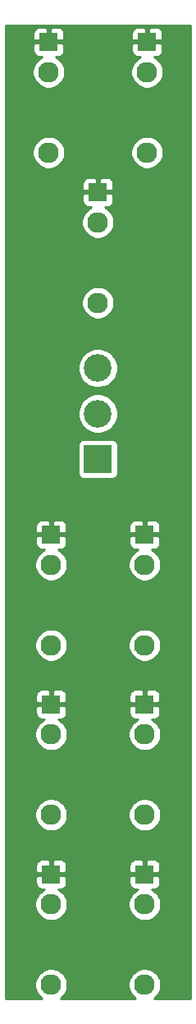
<source format=gbr>
%TF.GenerationSoftware,KiCad,Pcbnew,(5.1.8)-1*%
%TF.CreationDate,2021-01-05T22:18:11+01:00*%
%TF.ProjectId,Paco,5061636f-2e6b-4696-9361-645f70636258,rev?*%
%TF.SameCoordinates,Original*%
%TF.FileFunction,Copper,L2,Bot*%
%TF.FilePolarity,Positive*%
%FSLAX46Y46*%
G04 Gerber Fmt 4.6, Leading zero omitted, Abs format (unit mm)*
G04 Created by KiCad (PCBNEW (5.1.8)-1) date 2021-01-05 22:18:11*
%MOMM*%
%LPD*%
G01*
G04 APERTURE LIST*
%TA.AperFunction,ComponentPad*%
%ADD10C,2.130000*%
%TD*%
%TA.AperFunction,ComponentPad*%
%ADD11R,1.930000X1.830000*%
%TD*%
%TA.AperFunction,ComponentPad*%
%ADD12C,2.850000*%
%TD*%
%TA.AperFunction,ComponentPad*%
%ADD13R,2.850000X2.850000*%
%TD*%
%TA.AperFunction,Conductor*%
%ADD14C,0.254000*%
%TD*%
%TA.AperFunction,Conductor*%
%ADD15C,0.100000*%
%TD*%
G04 APERTURE END LIST*
D10*
%TO.P,J9,T*%
%TO.N,Net-(J3-PadT)*%
X116586000Y-150338000D03*
D11*
%TO.P,J9,S*%
%TO.N,GND*%
X116586000Y-138938000D03*
D10*
%TO.P,J9,TN*%
%TO.N,N/C*%
X116586000Y-142038000D03*
%TD*%
%TO.P,J8,T*%
%TO.N,Net-(J1-PadT)*%
X106934000Y-150338000D03*
D11*
%TO.P,J8,S*%
%TO.N,GND*%
X106934000Y-138938000D03*
D10*
%TO.P,J8,TN*%
%TO.N,N/C*%
X106934000Y-142038000D03*
%TD*%
D12*
%TO.P,SW1,3*%
%TO.N,Net-(J1-PadT)*%
X111760000Y-86740000D03*
%TO.P,SW1,2*%
%TO.N,Net-(J5-PadT)*%
X111760000Y-91440000D03*
D13*
%TO.P,SW1,1*%
%TO.N,Net-(J3-PadT)*%
X111760000Y-96140000D03*
%TD*%
D10*
%TO.P,J4,T*%
%TO.N,Net-(J3-PadT)*%
X116586000Y-132812000D03*
D11*
%TO.P,J4,S*%
%TO.N,GND*%
X116586000Y-121412000D03*
D10*
%TO.P,J4,TN*%
%TO.N,N/C*%
X116586000Y-124512000D03*
%TD*%
%TO.P,J7,T*%
%TO.N,Net-(J5-PadT)*%
X106680000Y-64516000D03*
D11*
%TO.P,J7,S*%
%TO.N,GND*%
X106680000Y-53116000D03*
D10*
%TO.P,J7,TN*%
%TO.N,N/C*%
X106680000Y-56216000D03*
%TD*%
%TO.P,J6,T*%
%TO.N,Net-(J5-PadT)*%
X111760000Y-80010000D03*
D11*
%TO.P,J6,S*%
%TO.N,GND*%
X111760000Y-68610000D03*
D10*
%TO.P,J6,TN*%
%TO.N,N/C*%
X111760000Y-71710000D03*
%TD*%
%TO.P,J5,T*%
%TO.N,Net-(J5-PadT)*%
X116840000Y-64516000D03*
D11*
%TO.P,J5,S*%
%TO.N,GND*%
X116840000Y-53116000D03*
D10*
%TO.P,J5,TN*%
%TO.N,N/C*%
X116840000Y-56216000D03*
%TD*%
%TO.P,J3,T*%
%TO.N,Net-(J3-PadT)*%
X116586000Y-115316000D03*
D11*
%TO.P,J3,S*%
%TO.N,GND*%
X116586000Y-103916000D03*
D10*
%TO.P,J3,TN*%
%TO.N,N/C*%
X116586000Y-107016000D03*
%TD*%
%TO.P,J2,T*%
%TO.N,Net-(J1-PadT)*%
X106934000Y-132812000D03*
D11*
%TO.P,J2,S*%
%TO.N,GND*%
X106934000Y-121412000D03*
D10*
%TO.P,J2,TN*%
%TO.N,N/C*%
X106934000Y-124512000D03*
%TD*%
%TO.P,J1,T*%
%TO.N,Net-(J1-PadT)*%
X106934000Y-115316000D03*
D11*
%TO.P,J1,S*%
%TO.N,GND*%
X106934000Y-103916000D03*
D10*
%TO.P,J1,TN*%
%TO.N,N/C*%
X106934000Y-107016000D03*
%TD*%
D14*
%TO.N,GND*%
X121260001Y-151740000D02*
X117547679Y-151740000D01*
X117669687Y-151658477D01*
X117906477Y-151421687D01*
X118092521Y-151143252D01*
X118220670Y-150833872D01*
X118286000Y-150505435D01*
X118286000Y-150170565D01*
X118220670Y-149842128D01*
X118092521Y-149532748D01*
X117906477Y-149254313D01*
X117669687Y-149017523D01*
X117391252Y-148831479D01*
X117081872Y-148703330D01*
X116753435Y-148638000D01*
X116418565Y-148638000D01*
X116090128Y-148703330D01*
X115780748Y-148831479D01*
X115502313Y-149017523D01*
X115265523Y-149254313D01*
X115079479Y-149532748D01*
X114951330Y-149842128D01*
X114886000Y-150170565D01*
X114886000Y-150505435D01*
X114951330Y-150833872D01*
X115079479Y-151143252D01*
X115265523Y-151421687D01*
X115502313Y-151658477D01*
X115624321Y-151740000D01*
X107895679Y-151740000D01*
X108017687Y-151658477D01*
X108254477Y-151421687D01*
X108440521Y-151143252D01*
X108568670Y-150833872D01*
X108634000Y-150505435D01*
X108634000Y-150170565D01*
X108568670Y-149842128D01*
X108440521Y-149532748D01*
X108254477Y-149254313D01*
X108017687Y-149017523D01*
X107739252Y-148831479D01*
X107429872Y-148703330D01*
X107101435Y-148638000D01*
X106766565Y-148638000D01*
X106438128Y-148703330D01*
X106128748Y-148831479D01*
X105850313Y-149017523D01*
X105613523Y-149254313D01*
X105427479Y-149532748D01*
X105299330Y-149842128D01*
X105234000Y-150170565D01*
X105234000Y-150505435D01*
X105299330Y-150833872D01*
X105427479Y-151143252D01*
X105613523Y-151421687D01*
X105850313Y-151658477D01*
X105972321Y-151740000D01*
X102260000Y-151740000D01*
X102260000Y-141870565D01*
X105234000Y-141870565D01*
X105234000Y-142205435D01*
X105299330Y-142533872D01*
X105427479Y-142843252D01*
X105613523Y-143121687D01*
X105850313Y-143358477D01*
X106128748Y-143544521D01*
X106438128Y-143672670D01*
X106766565Y-143738000D01*
X107101435Y-143738000D01*
X107429872Y-143672670D01*
X107739252Y-143544521D01*
X108017687Y-143358477D01*
X108254477Y-143121687D01*
X108440521Y-142843252D01*
X108568670Y-142533872D01*
X108634000Y-142205435D01*
X108634000Y-141870565D01*
X114886000Y-141870565D01*
X114886000Y-142205435D01*
X114951330Y-142533872D01*
X115079479Y-142843252D01*
X115265523Y-143121687D01*
X115502313Y-143358477D01*
X115780748Y-143544521D01*
X116090128Y-143672670D01*
X116418565Y-143738000D01*
X116753435Y-143738000D01*
X117081872Y-143672670D01*
X117391252Y-143544521D01*
X117669687Y-143358477D01*
X117906477Y-143121687D01*
X118092521Y-142843252D01*
X118220670Y-142533872D01*
X118286000Y-142205435D01*
X118286000Y-141870565D01*
X118220670Y-141542128D01*
X118092521Y-141232748D01*
X117906477Y-140954313D01*
X117669687Y-140717523D01*
X117391252Y-140531479D01*
X117290860Y-140489895D01*
X117551000Y-140491072D01*
X117675482Y-140478812D01*
X117795180Y-140442502D01*
X117905494Y-140383537D01*
X118002185Y-140304185D01*
X118081537Y-140207494D01*
X118140502Y-140097180D01*
X118176812Y-139977482D01*
X118189072Y-139853000D01*
X118186000Y-139223750D01*
X118027250Y-139065000D01*
X116713000Y-139065000D01*
X116713000Y-139085000D01*
X116459000Y-139085000D01*
X116459000Y-139065000D01*
X115144750Y-139065000D01*
X114986000Y-139223750D01*
X114982928Y-139853000D01*
X114995188Y-139977482D01*
X115031498Y-140097180D01*
X115090463Y-140207494D01*
X115169815Y-140304185D01*
X115266506Y-140383537D01*
X115376820Y-140442502D01*
X115496518Y-140478812D01*
X115621000Y-140491072D01*
X115881140Y-140489895D01*
X115780748Y-140531479D01*
X115502313Y-140717523D01*
X115265523Y-140954313D01*
X115079479Y-141232748D01*
X114951330Y-141542128D01*
X114886000Y-141870565D01*
X108634000Y-141870565D01*
X108568670Y-141542128D01*
X108440521Y-141232748D01*
X108254477Y-140954313D01*
X108017687Y-140717523D01*
X107739252Y-140531479D01*
X107638860Y-140489895D01*
X107899000Y-140491072D01*
X108023482Y-140478812D01*
X108143180Y-140442502D01*
X108253494Y-140383537D01*
X108350185Y-140304185D01*
X108429537Y-140207494D01*
X108488502Y-140097180D01*
X108524812Y-139977482D01*
X108537072Y-139853000D01*
X108534000Y-139223750D01*
X108375250Y-139065000D01*
X107061000Y-139065000D01*
X107061000Y-139085000D01*
X106807000Y-139085000D01*
X106807000Y-139065000D01*
X105492750Y-139065000D01*
X105334000Y-139223750D01*
X105330928Y-139853000D01*
X105343188Y-139977482D01*
X105379498Y-140097180D01*
X105438463Y-140207494D01*
X105517815Y-140304185D01*
X105614506Y-140383537D01*
X105724820Y-140442502D01*
X105844518Y-140478812D01*
X105969000Y-140491072D01*
X106229140Y-140489895D01*
X106128748Y-140531479D01*
X105850313Y-140717523D01*
X105613523Y-140954313D01*
X105427479Y-141232748D01*
X105299330Y-141542128D01*
X105234000Y-141870565D01*
X102260000Y-141870565D01*
X102260000Y-138023000D01*
X105330928Y-138023000D01*
X105334000Y-138652250D01*
X105492750Y-138811000D01*
X106807000Y-138811000D01*
X106807000Y-137546750D01*
X107061000Y-137546750D01*
X107061000Y-138811000D01*
X108375250Y-138811000D01*
X108534000Y-138652250D01*
X108537072Y-138023000D01*
X114982928Y-138023000D01*
X114986000Y-138652250D01*
X115144750Y-138811000D01*
X116459000Y-138811000D01*
X116459000Y-137546750D01*
X116713000Y-137546750D01*
X116713000Y-138811000D01*
X118027250Y-138811000D01*
X118186000Y-138652250D01*
X118189072Y-138023000D01*
X118176812Y-137898518D01*
X118140502Y-137778820D01*
X118081537Y-137668506D01*
X118002185Y-137571815D01*
X117905494Y-137492463D01*
X117795180Y-137433498D01*
X117675482Y-137397188D01*
X117551000Y-137384928D01*
X116871750Y-137388000D01*
X116713000Y-137546750D01*
X116459000Y-137546750D01*
X116300250Y-137388000D01*
X115621000Y-137384928D01*
X115496518Y-137397188D01*
X115376820Y-137433498D01*
X115266506Y-137492463D01*
X115169815Y-137571815D01*
X115090463Y-137668506D01*
X115031498Y-137778820D01*
X114995188Y-137898518D01*
X114982928Y-138023000D01*
X108537072Y-138023000D01*
X108524812Y-137898518D01*
X108488502Y-137778820D01*
X108429537Y-137668506D01*
X108350185Y-137571815D01*
X108253494Y-137492463D01*
X108143180Y-137433498D01*
X108023482Y-137397188D01*
X107899000Y-137384928D01*
X107219750Y-137388000D01*
X107061000Y-137546750D01*
X106807000Y-137546750D01*
X106648250Y-137388000D01*
X105969000Y-137384928D01*
X105844518Y-137397188D01*
X105724820Y-137433498D01*
X105614506Y-137492463D01*
X105517815Y-137571815D01*
X105438463Y-137668506D01*
X105379498Y-137778820D01*
X105343188Y-137898518D01*
X105330928Y-138023000D01*
X102260000Y-138023000D01*
X102260000Y-132644565D01*
X105234000Y-132644565D01*
X105234000Y-132979435D01*
X105299330Y-133307872D01*
X105427479Y-133617252D01*
X105613523Y-133895687D01*
X105850313Y-134132477D01*
X106128748Y-134318521D01*
X106438128Y-134446670D01*
X106766565Y-134512000D01*
X107101435Y-134512000D01*
X107429872Y-134446670D01*
X107739252Y-134318521D01*
X108017687Y-134132477D01*
X108254477Y-133895687D01*
X108440521Y-133617252D01*
X108568670Y-133307872D01*
X108634000Y-132979435D01*
X108634000Y-132644565D01*
X114886000Y-132644565D01*
X114886000Y-132979435D01*
X114951330Y-133307872D01*
X115079479Y-133617252D01*
X115265523Y-133895687D01*
X115502313Y-134132477D01*
X115780748Y-134318521D01*
X116090128Y-134446670D01*
X116418565Y-134512000D01*
X116753435Y-134512000D01*
X117081872Y-134446670D01*
X117391252Y-134318521D01*
X117669687Y-134132477D01*
X117906477Y-133895687D01*
X118092521Y-133617252D01*
X118220670Y-133307872D01*
X118286000Y-132979435D01*
X118286000Y-132644565D01*
X118220670Y-132316128D01*
X118092521Y-132006748D01*
X117906477Y-131728313D01*
X117669687Y-131491523D01*
X117391252Y-131305479D01*
X117081872Y-131177330D01*
X116753435Y-131112000D01*
X116418565Y-131112000D01*
X116090128Y-131177330D01*
X115780748Y-131305479D01*
X115502313Y-131491523D01*
X115265523Y-131728313D01*
X115079479Y-132006748D01*
X114951330Y-132316128D01*
X114886000Y-132644565D01*
X108634000Y-132644565D01*
X108568670Y-132316128D01*
X108440521Y-132006748D01*
X108254477Y-131728313D01*
X108017687Y-131491523D01*
X107739252Y-131305479D01*
X107429872Y-131177330D01*
X107101435Y-131112000D01*
X106766565Y-131112000D01*
X106438128Y-131177330D01*
X106128748Y-131305479D01*
X105850313Y-131491523D01*
X105613523Y-131728313D01*
X105427479Y-132006748D01*
X105299330Y-132316128D01*
X105234000Y-132644565D01*
X102260000Y-132644565D01*
X102260000Y-124344565D01*
X105234000Y-124344565D01*
X105234000Y-124679435D01*
X105299330Y-125007872D01*
X105427479Y-125317252D01*
X105613523Y-125595687D01*
X105850313Y-125832477D01*
X106128748Y-126018521D01*
X106438128Y-126146670D01*
X106766565Y-126212000D01*
X107101435Y-126212000D01*
X107429872Y-126146670D01*
X107739252Y-126018521D01*
X108017687Y-125832477D01*
X108254477Y-125595687D01*
X108440521Y-125317252D01*
X108568670Y-125007872D01*
X108634000Y-124679435D01*
X108634000Y-124344565D01*
X114886000Y-124344565D01*
X114886000Y-124679435D01*
X114951330Y-125007872D01*
X115079479Y-125317252D01*
X115265523Y-125595687D01*
X115502313Y-125832477D01*
X115780748Y-126018521D01*
X116090128Y-126146670D01*
X116418565Y-126212000D01*
X116753435Y-126212000D01*
X117081872Y-126146670D01*
X117391252Y-126018521D01*
X117669687Y-125832477D01*
X117906477Y-125595687D01*
X118092521Y-125317252D01*
X118220670Y-125007872D01*
X118286000Y-124679435D01*
X118286000Y-124344565D01*
X118220670Y-124016128D01*
X118092521Y-123706748D01*
X117906477Y-123428313D01*
X117669687Y-123191523D01*
X117391252Y-123005479D01*
X117290860Y-122963895D01*
X117551000Y-122965072D01*
X117675482Y-122952812D01*
X117795180Y-122916502D01*
X117905494Y-122857537D01*
X118002185Y-122778185D01*
X118081537Y-122681494D01*
X118140502Y-122571180D01*
X118176812Y-122451482D01*
X118189072Y-122327000D01*
X118186000Y-121697750D01*
X118027250Y-121539000D01*
X116713000Y-121539000D01*
X116713000Y-121559000D01*
X116459000Y-121559000D01*
X116459000Y-121539000D01*
X115144750Y-121539000D01*
X114986000Y-121697750D01*
X114982928Y-122327000D01*
X114995188Y-122451482D01*
X115031498Y-122571180D01*
X115090463Y-122681494D01*
X115169815Y-122778185D01*
X115266506Y-122857537D01*
X115376820Y-122916502D01*
X115496518Y-122952812D01*
X115621000Y-122965072D01*
X115881140Y-122963895D01*
X115780748Y-123005479D01*
X115502313Y-123191523D01*
X115265523Y-123428313D01*
X115079479Y-123706748D01*
X114951330Y-124016128D01*
X114886000Y-124344565D01*
X108634000Y-124344565D01*
X108568670Y-124016128D01*
X108440521Y-123706748D01*
X108254477Y-123428313D01*
X108017687Y-123191523D01*
X107739252Y-123005479D01*
X107638860Y-122963895D01*
X107899000Y-122965072D01*
X108023482Y-122952812D01*
X108143180Y-122916502D01*
X108253494Y-122857537D01*
X108350185Y-122778185D01*
X108429537Y-122681494D01*
X108488502Y-122571180D01*
X108524812Y-122451482D01*
X108537072Y-122327000D01*
X108534000Y-121697750D01*
X108375250Y-121539000D01*
X107061000Y-121539000D01*
X107061000Y-121559000D01*
X106807000Y-121559000D01*
X106807000Y-121539000D01*
X105492750Y-121539000D01*
X105334000Y-121697750D01*
X105330928Y-122327000D01*
X105343188Y-122451482D01*
X105379498Y-122571180D01*
X105438463Y-122681494D01*
X105517815Y-122778185D01*
X105614506Y-122857537D01*
X105724820Y-122916502D01*
X105844518Y-122952812D01*
X105969000Y-122965072D01*
X106229140Y-122963895D01*
X106128748Y-123005479D01*
X105850313Y-123191523D01*
X105613523Y-123428313D01*
X105427479Y-123706748D01*
X105299330Y-124016128D01*
X105234000Y-124344565D01*
X102260000Y-124344565D01*
X102260000Y-120497000D01*
X105330928Y-120497000D01*
X105334000Y-121126250D01*
X105492750Y-121285000D01*
X106807000Y-121285000D01*
X106807000Y-120020750D01*
X107061000Y-120020750D01*
X107061000Y-121285000D01*
X108375250Y-121285000D01*
X108534000Y-121126250D01*
X108537072Y-120497000D01*
X114982928Y-120497000D01*
X114986000Y-121126250D01*
X115144750Y-121285000D01*
X116459000Y-121285000D01*
X116459000Y-120020750D01*
X116713000Y-120020750D01*
X116713000Y-121285000D01*
X118027250Y-121285000D01*
X118186000Y-121126250D01*
X118189072Y-120497000D01*
X118176812Y-120372518D01*
X118140502Y-120252820D01*
X118081537Y-120142506D01*
X118002185Y-120045815D01*
X117905494Y-119966463D01*
X117795180Y-119907498D01*
X117675482Y-119871188D01*
X117551000Y-119858928D01*
X116871750Y-119862000D01*
X116713000Y-120020750D01*
X116459000Y-120020750D01*
X116300250Y-119862000D01*
X115621000Y-119858928D01*
X115496518Y-119871188D01*
X115376820Y-119907498D01*
X115266506Y-119966463D01*
X115169815Y-120045815D01*
X115090463Y-120142506D01*
X115031498Y-120252820D01*
X114995188Y-120372518D01*
X114982928Y-120497000D01*
X108537072Y-120497000D01*
X108524812Y-120372518D01*
X108488502Y-120252820D01*
X108429537Y-120142506D01*
X108350185Y-120045815D01*
X108253494Y-119966463D01*
X108143180Y-119907498D01*
X108023482Y-119871188D01*
X107899000Y-119858928D01*
X107219750Y-119862000D01*
X107061000Y-120020750D01*
X106807000Y-120020750D01*
X106648250Y-119862000D01*
X105969000Y-119858928D01*
X105844518Y-119871188D01*
X105724820Y-119907498D01*
X105614506Y-119966463D01*
X105517815Y-120045815D01*
X105438463Y-120142506D01*
X105379498Y-120252820D01*
X105343188Y-120372518D01*
X105330928Y-120497000D01*
X102260000Y-120497000D01*
X102260000Y-115148565D01*
X105234000Y-115148565D01*
X105234000Y-115483435D01*
X105299330Y-115811872D01*
X105427479Y-116121252D01*
X105613523Y-116399687D01*
X105850313Y-116636477D01*
X106128748Y-116822521D01*
X106438128Y-116950670D01*
X106766565Y-117016000D01*
X107101435Y-117016000D01*
X107429872Y-116950670D01*
X107739252Y-116822521D01*
X108017687Y-116636477D01*
X108254477Y-116399687D01*
X108440521Y-116121252D01*
X108568670Y-115811872D01*
X108634000Y-115483435D01*
X108634000Y-115148565D01*
X114886000Y-115148565D01*
X114886000Y-115483435D01*
X114951330Y-115811872D01*
X115079479Y-116121252D01*
X115265523Y-116399687D01*
X115502313Y-116636477D01*
X115780748Y-116822521D01*
X116090128Y-116950670D01*
X116418565Y-117016000D01*
X116753435Y-117016000D01*
X117081872Y-116950670D01*
X117391252Y-116822521D01*
X117669687Y-116636477D01*
X117906477Y-116399687D01*
X118092521Y-116121252D01*
X118220670Y-115811872D01*
X118286000Y-115483435D01*
X118286000Y-115148565D01*
X118220670Y-114820128D01*
X118092521Y-114510748D01*
X117906477Y-114232313D01*
X117669687Y-113995523D01*
X117391252Y-113809479D01*
X117081872Y-113681330D01*
X116753435Y-113616000D01*
X116418565Y-113616000D01*
X116090128Y-113681330D01*
X115780748Y-113809479D01*
X115502313Y-113995523D01*
X115265523Y-114232313D01*
X115079479Y-114510748D01*
X114951330Y-114820128D01*
X114886000Y-115148565D01*
X108634000Y-115148565D01*
X108568670Y-114820128D01*
X108440521Y-114510748D01*
X108254477Y-114232313D01*
X108017687Y-113995523D01*
X107739252Y-113809479D01*
X107429872Y-113681330D01*
X107101435Y-113616000D01*
X106766565Y-113616000D01*
X106438128Y-113681330D01*
X106128748Y-113809479D01*
X105850313Y-113995523D01*
X105613523Y-114232313D01*
X105427479Y-114510748D01*
X105299330Y-114820128D01*
X105234000Y-115148565D01*
X102260000Y-115148565D01*
X102260000Y-106848565D01*
X105234000Y-106848565D01*
X105234000Y-107183435D01*
X105299330Y-107511872D01*
X105427479Y-107821252D01*
X105613523Y-108099687D01*
X105850313Y-108336477D01*
X106128748Y-108522521D01*
X106438128Y-108650670D01*
X106766565Y-108716000D01*
X107101435Y-108716000D01*
X107429872Y-108650670D01*
X107739252Y-108522521D01*
X108017687Y-108336477D01*
X108254477Y-108099687D01*
X108440521Y-107821252D01*
X108568670Y-107511872D01*
X108634000Y-107183435D01*
X108634000Y-106848565D01*
X114886000Y-106848565D01*
X114886000Y-107183435D01*
X114951330Y-107511872D01*
X115079479Y-107821252D01*
X115265523Y-108099687D01*
X115502313Y-108336477D01*
X115780748Y-108522521D01*
X116090128Y-108650670D01*
X116418565Y-108716000D01*
X116753435Y-108716000D01*
X117081872Y-108650670D01*
X117391252Y-108522521D01*
X117669687Y-108336477D01*
X117906477Y-108099687D01*
X118092521Y-107821252D01*
X118220670Y-107511872D01*
X118286000Y-107183435D01*
X118286000Y-106848565D01*
X118220670Y-106520128D01*
X118092521Y-106210748D01*
X117906477Y-105932313D01*
X117669687Y-105695523D01*
X117391252Y-105509479D01*
X117290860Y-105467895D01*
X117551000Y-105469072D01*
X117675482Y-105456812D01*
X117795180Y-105420502D01*
X117905494Y-105361537D01*
X118002185Y-105282185D01*
X118081537Y-105185494D01*
X118140502Y-105075180D01*
X118176812Y-104955482D01*
X118189072Y-104831000D01*
X118186000Y-104201750D01*
X118027250Y-104043000D01*
X116713000Y-104043000D01*
X116713000Y-104063000D01*
X116459000Y-104063000D01*
X116459000Y-104043000D01*
X115144750Y-104043000D01*
X114986000Y-104201750D01*
X114982928Y-104831000D01*
X114995188Y-104955482D01*
X115031498Y-105075180D01*
X115090463Y-105185494D01*
X115169815Y-105282185D01*
X115266506Y-105361537D01*
X115376820Y-105420502D01*
X115496518Y-105456812D01*
X115621000Y-105469072D01*
X115881140Y-105467895D01*
X115780748Y-105509479D01*
X115502313Y-105695523D01*
X115265523Y-105932313D01*
X115079479Y-106210748D01*
X114951330Y-106520128D01*
X114886000Y-106848565D01*
X108634000Y-106848565D01*
X108568670Y-106520128D01*
X108440521Y-106210748D01*
X108254477Y-105932313D01*
X108017687Y-105695523D01*
X107739252Y-105509479D01*
X107638860Y-105467895D01*
X107899000Y-105469072D01*
X108023482Y-105456812D01*
X108143180Y-105420502D01*
X108253494Y-105361537D01*
X108350185Y-105282185D01*
X108429537Y-105185494D01*
X108488502Y-105075180D01*
X108524812Y-104955482D01*
X108537072Y-104831000D01*
X108534000Y-104201750D01*
X108375250Y-104043000D01*
X107061000Y-104043000D01*
X107061000Y-104063000D01*
X106807000Y-104063000D01*
X106807000Y-104043000D01*
X105492750Y-104043000D01*
X105334000Y-104201750D01*
X105330928Y-104831000D01*
X105343188Y-104955482D01*
X105379498Y-105075180D01*
X105438463Y-105185494D01*
X105517815Y-105282185D01*
X105614506Y-105361537D01*
X105724820Y-105420502D01*
X105844518Y-105456812D01*
X105969000Y-105469072D01*
X106229140Y-105467895D01*
X106128748Y-105509479D01*
X105850313Y-105695523D01*
X105613523Y-105932313D01*
X105427479Y-106210748D01*
X105299330Y-106520128D01*
X105234000Y-106848565D01*
X102260000Y-106848565D01*
X102260000Y-103001000D01*
X105330928Y-103001000D01*
X105334000Y-103630250D01*
X105492750Y-103789000D01*
X106807000Y-103789000D01*
X106807000Y-102524750D01*
X107061000Y-102524750D01*
X107061000Y-103789000D01*
X108375250Y-103789000D01*
X108534000Y-103630250D01*
X108537072Y-103001000D01*
X114982928Y-103001000D01*
X114986000Y-103630250D01*
X115144750Y-103789000D01*
X116459000Y-103789000D01*
X116459000Y-102524750D01*
X116713000Y-102524750D01*
X116713000Y-103789000D01*
X118027250Y-103789000D01*
X118186000Y-103630250D01*
X118189072Y-103001000D01*
X118176812Y-102876518D01*
X118140502Y-102756820D01*
X118081537Y-102646506D01*
X118002185Y-102549815D01*
X117905494Y-102470463D01*
X117795180Y-102411498D01*
X117675482Y-102375188D01*
X117551000Y-102362928D01*
X116871750Y-102366000D01*
X116713000Y-102524750D01*
X116459000Y-102524750D01*
X116300250Y-102366000D01*
X115621000Y-102362928D01*
X115496518Y-102375188D01*
X115376820Y-102411498D01*
X115266506Y-102470463D01*
X115169815Y-102549815D01*
X115090463Y-102646506D01*
X115031498Y-102756820D01*
X114995188Y-102876518D01*
X114982928Y-103001000D01*
X108537072Y-103001000D01*
X108524812Y-102876518D01*
X108488502Y-102756820D01*
X108429537Y-102646506D01*
X108350185Y-102549815D01*
X108253494Y-102470463D01*
X108143180Y-102411498D01*
X108023482Y-102375188D01*
X107899000Y-102362928D01*
X107219750Y-102366000D01*
X107061000Y-102524750D01*
X106807000Y-102524750D01*
X106648250Y-102366000D01*
X105969000Y-102362928D01*
X105844518Y-102375188D01*
X105724820Y-102411498D01*
X105614506Y-102470463D01*
X105517815Y-102549815D01*
X105438463Y-102646506D01*
X105379498Y-102756820D01*
X105343188Y-102876518D01*
X105330928Y-103001000D01*
X102260000Y-103001000D01*
X102260000Y-94715000D01*
X109696928Y-94715000D01*
X109696928Y-97565000D01*
X109709188Y-97689482D01*
X109745498Y-97809180D01*
X109804463Y-97919494D01*
X109883815Y-98016185D01*
X109980506Y-98095537D01*
X110090820Y-98154502D01*
X110210518Y-98190812D01*
X110335000Y-98203072D01*
X113185000Y-98203072D01*
X113309482Y-98190812D01*
X113429180Y-98154502D01*
X113539494Y-98095537D01*
X113636185Y-98016185D01*
X113715537Y-97919494D01*
X113774502Y-97809180D01*
X113810812Y-97689482D01*
X113823072Y-97565000D01*
X113823072Y-94715000D01*
X113810812Y-94590518D01*
X113774502Y-94470820D01*
X113715537Y-94360506D01*
X113636185Y-94263815D01*
X113539494Y-94184463D01*
X113429180Y-94125498D01*
X113309482Y-94089188D01*
X113185000Y-94076928D01*
X110335000Y-94076928D01*
X110210518Y-94089188D01*
X110090820Y-94125498D01*
X109980506Y-94184463D01*
X109883815Y-94263815D01*
X109804463Y-94360506D01*
X109745498Y-94470820D01*
X109709188Y-94590518D01*
X109696928Y-94715000D01*
X102260000Y-94715000D01*
X102260000Y-91237108D01*
X109700000Y-91237108D01*
X109700000Y-91642892D01*
X109779165Y-92040880D01*
X109934452Y-92415776D01*
X110159894Y-92753173D01*
X110446827Y-93040106D01*
X110784224Y-93265548D01*
X111159120Y-93420835D01*
X111557108Y-93500000D01*
X111962892Y-93500000D01*
X112360880Y-93420835D01*
X112735776Y-93265548D01*
X113073173Y-93040106D01*
X113360106Y-92753173D01*
X113585548Y-92415776D01*
X113740835Y-92040880D01*
X113820000Y-91642892D01*
X113820000Y-91237108D01*
X113740835Y-90839120D01*
X113585548Y-90464224D01*
X113360106Y-90126827D01*
X113073173Y-89839894D01*
X112735776Y-89614452D01*
X112360880Y-89459165D01*
X111962892Y-89380000D01*
X111557108Y-89380000D01*
X111159120Y-89459165D01*
X110784224Y-89614452D01*
X110446827Y-89839894D01*
X110159894Y-90126827D01*
X109934452Y-90464224D01*
X109779165Y-90839120D01*
X109700000Y-91237108D01*
X102260000Y-91237108D01*
X102260000Y-86537108D01*
X109700000Y-86537108D01*
X109700000Y-86942892D01*
X109779165Y-87340880D01*
X109934452Y-87715776D01*
X110159894Y-88053173D01*
X110446827Y-88340106D01*
X110784224Y-88565548D01*
X111159120Y-88720835D01*
X111557108Y-88800000D01*
X111962892Y-88800000D01*
X112360880Y-88720835D01*
X112735776Y-88565548D01*
X113073173Y-88340106D01*
X113360106Y-88053173D01*
X113585548Y-87715776D01*
X113740835Y-87340880D01*
X113820000Y-86942892D01*
X113820000Y-86537108D01*
X113740835Y-86139120D01*
X113585548Y-85764224D01*
X113360106Y-85426827D01*
X113073173Y-85139894D01*
X112735776Y-84914452D01*
X112360880Y-84759165D01*
X111962892Y-84680000D01*
X111557108Y-84680000D01*
X111159120Y-84759165D01*
X110784224Y-84914452D01*
X110446827Y-85139894D01*
X110159894Y-85426827D01*
X109934452Y-85764224D01*
X109779165Y-86139120D01*
X109700000Y-86537108D01*
X102260000Y-86537108D01*
X102260000Y-79842565D01*
X110060000Y-79842565D01*
X110060000Y-80177435D01*
X110125330Y-80505872D01*
X110253479Y-80815252D01*
X110439523Y-81093687D01*
X110676313Y-81330477D01*
X110954748Y-81516521D01*
X111264128Y-81644670D01*
X111592565Y-81710000D01*
X111927435Y-81710000D01*
X112255872Y-81644670D01*
X112565252Y-81516521D01*
X112843687Y-81330477D01*
X113080477Y-81093687D01*
X113266521Y-80815252D01*
X113394670Y-80505872D01*
X113460000Y-80177435D01*
X113460000Y-79842565D01*
X113394670Y-79514128D01*
X113266521Y-79204748D01*
X113080477Y-78926313D01*
X112843687Y-78689523D01*
X112565252Y-78503479D01*
X112255872Y-78375330D01*
X111927435Y-78310000D01*
X111592565Y-78310000D01*
X111264128Y-78375330D01*
X110954748Y-78503479D01*
X110676313Y-78689523D01*
X110439523Y-78926313D01*
X110253479Y-79204748D01*
X110125330Y-79514128D01*
X110060000Y-79842565D01*
X102260000Y-79842565D01*
X102260000Y-71542565D01*
X110060000Y-71542565D01*
X110060000Y-71877435D01*
X110125330Y-72205872D01*
X110253479Y-72515252D01*
X110439523Y-72793687D01*
X110676313Y-73030477D01*
X110954748Y-73216521D01*
X111264128Y-73344670D01*
X111592565Y-73410000D01*
X111927435Y-73410000D01*
X112255872Y-73344670D01*
X112565252Y-73216521D01*
X112843687Y-73030477D01*
X113080477Y-72793687D01*
X113266521Y-72515252D01*
X113394670Y-72205872D01*
X113460000Y-71877435D01*
X113460000Y-71542565D01*
X113394670Y-71214128D01*
X113266521Y-70904748D01*
X113080477Y-70626313D01*
X112843687Y-70389523D01*
X112565252Y-70203479D01*
X112464860Y-70161895D01*
X112725000Y-70163072D01*
X112849482Y-70150812D01*
X112969180Y-70114502D01*
X113079494Y-70055537D01*
X113176185Y-69976185D01*
X113255537Y-69879494D01*
X113314502Y-69769180D01*
X113350812Y-69649482D01*
X113363072Y-69525000D01*
X113360000Y-68895750D01*
X113201250Y-68737000D01*
X111887000Y-68737000D01*
X111887000Y-68757000D01*
X111633000Y-68757000D01*
X111633000Y-68737000D01*
X110318750Y-68737000D01*
X110160000Y-68895750D01*
X110156928Y-69525000D01*
X110169188Y-69649482D01*
X110205498Y-69769180D01*
X110264463Y-69879494D01*
X110343815Y-69976185D01*
X110440506Y-70055537D01*
X110550820Y-70114502D01*
X110670518Y-70150812D01*
X110795000Y-70163072D01*
X111055140Y-70161895D01*
X110954748Y-70203479D01*
X110676313Y-70389523D01*
X110439523Y-70626313D01*
X110253479Y-70904748D01*
X110125330Y-71214128D01*
X110060000Y-71542565D01*
X102260000Y-71542565D01*
X102260000Y-67695000D01*
X110156928Y-67695000D01*
X110160000Y-68324250D01*
X110318750Y-68483000D01*
X111633000Y-68483000D01*
X111633000Y-67218750D01*
X111887000Y-67218750D01*
X111887000Y-68483000D01*
X113201250Y-68483000D01*
X113360000Y-68324250D01*
X113363072Y-67695000D01*
X113350812Y-67570518D01*
X113314502Y-67450820D01*
X113255537Y-67340506D01*
X113176185Y-67243815D01*
X113079494Y-67164463D01*
X112969180Y-67105498D01*
X112849482Y-67069188D01*
X112725000Y-67056928D01*
X112045750Y-67060000D01*
X111887000Y-67218750D01*
X111633000Y-67218750D01*
X111474250Y-67060000D01*
X110795000Y-67056928D01*
X110670518Y-67069188D01*
X110550820Y-67105498D01*
X110440506Y-67164463D01*
X110343815Y-67243815D01*
X110264463Y-67340506D01*
X110205498Y-67450820D01*
X110169188Y-67570518D01*
X110156928Y-67695000D01*
X102260000Y-67695000D01*
X102260000Y-64348565D01*
X104980000Y-64348565D01*
X104980000Y-64683435D01*
X105045330Y-65011872D01*
X105173479Y-65321252D01*
X105359523Y-65599687D01*
X105596313Y-65836477D01*
X105874748Y-66022521D01*
X106184128Y-66150670D01*
X106512565Y-66216000D01*
X106847435Y-66216000D01*
X107175872Y-66150670D01*
X107485252Y-66022521D01*
X107763687Y-65836477D01*
X108000477Y-65599687D01*
X108186521Y-65321252D01*
X108314670Y-65011872D01*
X108380000Y-64683435D01*
X108380000Y-64348565D01*
X115140000Y-64348565D01*
X115140000Y-64683435D01*
X115205330Y-65011872D01*
X115333479Y-65321252D01*
X115519523Y-65599687D01*
X115756313Y-65836477D01*
X116034748Y-66022521D01*
X116344128Y-66150670D01*
X116672565Y-66216000D01*
X117007435Y-66216000D01*
X117335872Y-66150670D01*
X117645252Y-66022521D01*
X117923687Y-65836477D01*
X118160477Y-65599687D01*
X118346521Y-65321252D01*
X118474670Y-65011872D01*
X118540000Y-64683435D01*
X118540000Y-64348565D01*
X118474670Y-64020128D01*
X118346521Y-63710748D01*
X118160477Y-63432313D01*
X117923687Y-63195523D01*
X117645252Y-63009479D01*
X117335872Y-62881330D01*
X117007435Y-62816000D01*
X116672565Y-62816000D01*
X116344128Y-62881330D01*
X116034748Y-63009479D01*
X115756313Y-63195523D01*
X115519523Y-63432313D01*
X115333479Y-63710748D01*
X115205330Y-64020128D01*
X115140000Y-64348565D01*
X108380000Y-64348565D01*
X108314670Y-64020128D01*
X108186521Y-63710748D01*
X108000477Y-63432313D01*
X107763687Y-63195523D01*
X107485252Y-63009479D01*
X107175872Y-62881330D01*
X106847435Y-62816000D01*
X106512565Y-62816000D01*
X106184128Y-62881330D01*
X105874748Y-63009479D01*
X105596313Y-63195523D01*
X105359523Y-63432313D01*
X105173479Y-63710748D01*
X105045330Y-64020128D01*
X104980000Y-64348565D01*
X102260000Y-64348565D01*
X102260000Y-56048565D01*
X104980000Y-56048565D01*
X104980000Y-56383435D01*
X105045330Y-56711872D01*
X105173479Y-57021252D01*
X105359523Y-57299687D01*
X105596313Y-57536477D01*
X105874748Y-57722521D01*
X106184128Y-57850670D01*
X106512565Y-57916000D01*
X106847435Y-57916000D01*
X107175872Y-57850670D01*
X107485252Y-57722521D01*
X107763687Y-57536477D01*
X108000477Y-57299687D01*
X108186521Y-57021252D01*
X108314670Y-56711872D01*
X108380000Y-56383435D01*
X108380000Y-56048565D01*
X115140000Y-56048565D01*
X115140000Y-56383435D01*
X115205330Y-56711872D01*
X115333479Y-57021252D01*
X115519523Y-57299687D01*
X115756313Y-57536477D01*
X116034748Y-57722521D01*
X116344128Y-57850670D01*
X116672565Y-57916000D01*
X117007435Y-57916000D01*
X117335872Y-57850670D01*
X117645252Y-57722521D01*
X117923687Y-57536477D01*
X118160477Y-57299687D01*
X118346521Y-57021252D01*
X118474670Y-56711872D01*
X118540000Y-56383435D01*
X118540000Y-56048565D01*
X118474670Y-55720128D01*
X118346521Y-55410748D01*
X118160477Y-55132313D01*
X117923687Y-54895523D01*
X117645252Y-54709479D01*
X117544860Y-54667895D01*
X117805000Y-54669072D01*
X117929482Y-54656812D01*
X118049180Y-54620502D01*
X118159494Y-54561537D01*
X118256185Y-54482185D01*
X118335537Y-54385494D01*
X118394502Y-54275180D01*
X118430812Y-54155482D01*
X118443072Y-54031000D01*
X118440000Y-53401750D01*
X118281250Y-53243000D01*
X116967000Y-53243000D01*
X116967000Y-53263000D01*
X116713000Y-53263000D01*
X116713000Y-53243000D01*
X115398750Y-53243000D01*
X115240000Y-53401750D01*
X115236928Y-54031000D01*
X115249188Y-54155482D01*
X115285498Y-54275180D01*
X115344463Y-54385494D01*
X115423815Y-54482185D01*
X115520506Y-54561537D01*
X115630820Y-54620502D01*
X115750518Y-54656812D01*
X115875000Y-54669072D01*
X116135140Y-54667895D01*
X116034748Y-54709479D01*
X115756313Y-54895523D01*
X115519523Y-55132313D01*
X115333479Y-55410748D01*
X115205330Y-55720128D01*
X115140000Y-56048565D01*
X108380000Y-56048565D01*
X108314670Y-55720128D01*
X108186521Y-55410748D01*
X108000477Y-55132313D01*
X107763687Y-54895523D01*
X107485252Y-54709479D01*
X107384860Y-54667895D01*
X107645000Y-54669072D01*
X107769482Y-54656812D01*
X107889180Y-54620502D01*
X107999494Y-54561537D01*
X108096185Y-54482185D01*
X108175537Y-54385494D01*
X108234502Y-54275180D01*
X108270812Y-54155482D01*
X108283072Y-54031000D01*
X108280000Y-53401750D01*
X108121250Y-53243000D01*
X106807000Y-53243000D01*
X106807000Y-53263000D01*
X106553000Y-53263000D01*
X106553000Y-53243000D01*
X105238750Y-53243000D01*
X105080000Y-53401750D01*
X105076928Y-54031000D01*
X105089188Y-54155482D01*
X105125498Y-54275180D01*
X105184463Y-54385494D01*
X105263815Y-54482185D01*
X105360506Y-54561537D01*
X105470820Y-54620502D01*
X105590518Y-54656812D01*
X105715000Y-54669072D01*
X105975140Y-54667895D01*
X105874748Y-54709479D01*
X105596313Y-54895523D01*
X105359523Y-55132313D01*
X105173479Y-55410748D01*
X105045330Y-55720128D01*
X104980000Y-56048565D01*
X102260000Y-56048565D01*
X102260000Y-52201000D01*
X105076928Y-52201000D01*
X105080000Y-52830250D01*
X105238750Y-52989000D01*
X106553000Y-52989000D01*
X106553000Y-51724750D01*
X106807000Y-51724750D01*
X106807000Y-52989000D01*
X108121250Y-52989000D01*
X108280000Y-52830250D01*
X108283072Y-52201000D01*
X115236928Y-52201000D01*
X115240000Y-52830250D01*
X115398750Y-52989000D01*
X116713000Y-52989000D01*
X116713000Y-51724750D01*
X116967000Y-51724750D01*
X116967000Y-52989000D01*
X118281250Y-52989000D01*
X118440000Y-52830250D01*
X118443072Y-52201000D01*
X118430812Y-52076518D01*
X118394502Y-51956820D01*
X118335537Y-51846506D01*
X118256185Y-51749815D01*
X118159494Y-51670463D01*
X118049180Y-51611498D01*
X117929482Y-51575188D01*
X117805000Y-51562928D01*
X117125750Y-51566000D01*
X116967000Y-51724750D01*
X116713000Y-51724750D01*
X116554250Y-51566000D01*
X115875000Y-51562928D01*
X115750518Y-51575188D01*
X115630820Y-51611498D01*
X115520506Y-51670463D01*
X115423815Y-51749815D01*
X115344463Y-51846506D01*
X115285498Y-51956820D01*
X115249188Y-52076518D01*
X115236928Y-52201000D01*
X108283072Y-52201000D01*
X108270812Y-52076518D01*
X108234502Y-51956820D01*
X108175537Y-51846506D01*
X108096185Y-51749815D01*
X107999494Y-51670463D01*
X107889180Y-51611498D01*
X107769482Y-51575188D01*
X107645000Y-51562928D01*
X106965750Y-51566000D01*
X106807000Y-51724750D01*
X106553000Y-51724750D01*
X106394250Y-51566000D01*
X105715000Y-51562928D01*
X105590518Y-51575188D01*
X105470820Y-51611498D01*
X105360506Y-51670463D01*
X105263815Y-51749815D01*
X105184463Y-51846506D01*
X105125498Y-51956820D01*
X105089188Y-52076518D01*
X105076928Y-52201000D01*
X102260000Y-52201000D01*
X102260000Y-51460000D01*
X121260000Y-51460000D01*
X121260001Y-151740000D01*
%TA.AperFunction,Conductor*%
D15*
G36*
X121260001Y-151740000D02*
G01*
X117547679Y-151740000D01*
X117669687Y-151658477D01*
X117906477Y-151421687D01*
X118092521Y-151143252D01*
X118220670Y-150833872D01*
X118286000Y-150505435D01*
X118286000Y-150170565D01*
X118220670Y-149842128D01*
X118092521Y-149532748D01*
X117906477Y-149254313D01*
X117669687Y-149017523D01*
X117391252Y-148831479D01*
X117081872Y-148703330D01*
X116753435Y-148638000D01*
X116418565Y-148638000D01*
X116090128Y-148703330D01*
X115780748Y-148831479D01*
X115502313Y-149017523D01*
X115265523Y-149254313D01*
X115079479Y-149532748D01*
X114951330Y-149842128D01*
X114886000Y-150170565D01*
X114886000Y-150505435D01*
X114951330Y-150833872D01*
X115079479Y-151143252D01*
X115265523Y-151421687D01*
X115502313Y-151658477D01*
X115624321Y-151740000D01*
X107895679Y-151740000D01*
X108017687Y-151658477D01*
X108254477Y-151421687D01*
X108440521Y-151143252D01*
X108568670Y-150833872D01*
X108634000Y-150505435D01*
X108634000Y-150170565D01*
X108568670Y-149842128D01*
X108440521Y-149532748D01*
X108254477Y-149254313D01*
X108017687Y-149017523D01*
X107739252Y-148831479D01*
X107429872Y-148703330D01*
X107101435Y-148638000D01*
X106766565Y-148638000D01*
X106438128Y-148703330D01*
X106128748Y-148831479D01*
X105850313Y-149017523D01*
X105613523Y-149254313D01*
X105427479Y-149532748D01*
X105299330Y-149842128D01*
X105234000Y-150170565D01*
X105234000Y-150505435D01*
X105299330Y-150833872D01*
X105427479Y-151143252D01*
X105613523Y-151421687D01*
X105850313Y-151658477D01*
X105972321Y-151740000D01*
X102260000Y-151740000D01*
X102260000Y-141870565D01*
X105234000Y-141870565D01*
X105234000Y-142205435D01*
X105299330Y-142533872D01*
X105427479Y-142843252D01*
X105613523Y-143121687D01*
X105850313Y-143358477D01*
X106128748Y-143544521D01*
X106438128Y-143672670D01*
X106766565Y-143738000D01*
X107101435Y-143738000D01*
X107429872Y-143672670D01*
X107739252Y-143544521D01*
X108017687Y-143358477D01*
X108254477Y-143121687D01*
X108440521Y-142843252D01*
X108568670Y-142533872D01*
X108634000Y-142205435D01*
X108634000Y-141870565D01*
X114886000Y-141870565D01*
X114886000Y-142205435D01*
X114951330Y-142533872D01*
X115079479Y-142843252D01*
X115265523Y-143121687D01*
X115502313Y-143358477D01*
X115780748Y-143544521D01*
X116090128Y-143672670D01*
X116418565Y-143738000D01*
X116753435Y-143738000D01*
X117081872Y-143672670D01*
X117391252Y-143544521D01*
X117669687Y-143358477D01*
X117906477Y-143121687D01*
X118092521Y-142843252D01*
X118220670Y-142533872D01*
X118286000Y-142205435D01*
X118286000Y-141870565D01*
X118220670Y-141542128D01*
X118092521Y-141232748D01*
X117906477Y-140954313D01*
X117669687Y-140717523D01*
X117391252Y-140531479D01*
X117290860Y-140489895D01*
X117551000Y-140491072D01*
X117675482Y-140478812D01*
X117795180Y-140442502D01*
X117905494Y-140383537D01*
X118002185Y-140304185D01*
X118081537Y-140207494D01*
X118140502Y-140097180D01*
X118176812Y-139977482D01*
X118189072Y-139853000D01*
X118186000Y-139223750D01*
X118027250Y-139065000D01*
X116713000Y-139065000D01*
X116713000Y-139085000D01*
X116459000Y-139085000D01*
X116459000Y-139065000D01*
X115144750Y-139065000D01*
X114986000Y-139223750D01*
X114982928Y-139853000D01*
X114995188Y-139977482D01*
X115031498Y-140097180D01*
X115090463Y-140207494D01*
X115169815Y-140304185D01*
X115266506Y-140383537D01*
X115376820Y-140442502D01*
X115496518Y-140478812D01*
X115621000Y-140491072D01*
X115881140Y-140489895D01*
X115780748Y-140531479D01*
X115502313Y-140717523D01*
X115265523Y-140954313D01*
X115079479Y-141232748D01*
X114951330Y-141542128D01*
X114886000Y-141870565D01*
X108634000Y-141870565D01*
X108568670Y-141542128D01*
X108440521Y-141232748D01*
X108254477Y-140954313D01*
X108017687Y-140717523D01*
X107739252Y-140531479D01*
X107638860Y-140489895D01*
X107899000Y-140491072D01*
X108023482Y-140478812D01*
X108143180Y-140442502D01*
X108253494Y-140383537D01*
X108350185Y-140304185D01*
X108429537Y-140207494D01*
X108488502Y-140097180D01*
X108524812Y-139977482D01*
X108537072Y-139853000D01*
X108534000Y-139223750D01*
X108375250Y-139065000D01*
X107061000Y-139065000D01*
X107061000Y-139085000D01*
X106807000Y-139085000D01*
X106807000Y-139065000D01*
X105492750Y-139065000D01*
X105334000Y-139223750D01*
X105330928Y-139853000D01*
X105343188Y-139977482D01*
X105379498Y-140097180D01*
X105438463Y-140207494D01*
X105517815Y-140304185D01*
X105614506Y-140383537D01*
X105724820Y-140442502D01*
X105844518Y-140478812D01*
X105969000Y-140491072D01*
X106229140Y-140489895D01*
X106128748Y-140531479D01*
X105850313Y-140717523D01*
X105613523Y-140954313D01*
X105427479Y-141232748D01*
X105299330Y-141542128D01*
X105234000Y-141870565D01*
X102260000Y-141870565D01*
X102260000Y-138023000D01*
X105330928Y-138023000D01*
X105334000Y-138652250D01*
X105492750Y-138811000D01*
X106807000Y-138811000D01*
X106807000Y-137546750D01*
X107061000Y-137546750D01*
X107061000Y-138811000D01*
X108375250Y-138811000D01*
X108534000Y-138652250D01*
X108537072Y-138023000D01*
X114982928Y-138023000D01*
X114986000Y-138652250D01*
X115144750Y-138811000D01*
X116459000Y-138811000D01*
X116459000Y-137546750D01*
X116713000Y-137546750D01*
X116713000Y-138811000D01*
X118027250Y-138811000D01*
X118186000Y-138652250D01*
X118189072Y-138023000D01*
X118176812Y-137898518D01*
X118140502Y-137778820D01*
X118081537Y-137668506D01*
X118002185Y-137571815D01*
X117905494Y-137492463D01*
X117795180Y-137433498D01*
X117675482Y-137397188D01*
X117551000Y-137384928D01*
X116871750Y-137388000D01*
X116713000Y-137546750D01*
X116459000Y-137546750D01*
X116300250Y-137388000D01*
X115621000Y-137384928D01*
X115496518Y-137397188D01*
X115376820Y-137433498D01*
X115266506Y-137492463D01*
X115169815Y-137571815D01*
X115090463Y-137668506D01*
X115031498Y-137778820D01*
X114995188Y-137898518D01*
X114982928Y-138023000D01*
X108537072Y-138023000D01*
X108524812Y-137898518D01*
X108488502Y-137778820D01*
X108429537Y-137668506D01*
X108350185Y-137571815D01*
X108253494Y-137492463D01*
X108143180Y-137433498D01*
X108023482Y-137397188D01*
X107899000Y-137384928D01*
X107219750Y-137388000D01*
X107061000Y-137546750D01*
X106807000Y-137546750D01*
X106648250Y-137388000D01*
X105969000Y-137384928D01*
X105844518Y-137397188D01*
X105724820Y-137433498D01*
X105614506Y-137492463D01*
X105517815Y-137571815D01*
X105438463Y-137668506D01*
X105379498Y-137778820D01*
X105343188Y-137898518D01*
X105330928Y-138023000D01*
X102260000Y-138023000D01*
X102260000Y-132644565D01*
X105234000Y-132644565D01*
X105234000Y-132979435D01*
X105299330Y-133307872D01*
X105427479Y-133617252D01*
X105613523Y-133895687D01*
X105850313Y-134132477D01*
X106128748Y-134318521D01*
X106438128Y-134446670D01*
X106766565Y-134512000D01*
X107101435Y-134512000D01*
X107429872Y-134446670D01*
X107739252Y-134318521D01*
X108017687Y-134132477D01*
X108254477Y-133895687D01*
X108440521Y-133617252D01*
X108568670Y-133307872D01*
X108634000Y-132979435D01*
X108634000Y-132644565D01*
X114886000Y-132644565D01*
X114886000Y-132979435D01*
X114951330Y-133307872D01*
X115079479Y-133617252D01*
X115265523Y-133895687D01*
X115502313Y-134132477D01*
X115780748Y-134318521D01*
X116090128Y-134446670D01*
X116418565Y-134512000D01*
X116753435Y-134512000D01*
X117081872Y-134446670D01*
X117391252Y-134318521D01*
X117669687Y-134132477D01*
X117906477Y-133895687D01*
X118092521Y-133617252D01*
X118220670Y-133307872D01*
X118286000Y-132979435D01*
X118286000Y-132644565D01*
X118220670Y-132316128D01*
X118092521Y-132006748D01*
X117906477Y-131728313D01*
X117669687Y-131491523D01*
X117391252Y-131305479D01*
X117081872Y-131177330D01*
X116753435Y-131112000D01*
X116418565Y-131112000D01*
X116090128Y-131177330D01*
X115780748Y-131305479D01*
X115502313Y-131491523D01*
X115265523Y-131728313D01*
X115079479Y-132006748D01*
X114951330Y-132316128D01*
X114886000Y-132644565D01*
X108634000Y-132644565D01*
X108568670Y-132316128D01*
X108440521Y-132006748D01*
X108254477Y-131728313D01*
X108017687Y-131491523D01*
X107739252Y-131305479D01*
X107429872Y-131177330D01*
X107101435Y-131112000D01*
X106766565Y-131112000D01*
X106438128Y-131177330D01*
X106128748Y-131305479D01*
X105850313Y-131491523D01*
X105613523Y-131728313D01*
X105427479Y-132006748D01*
X105299330Y-132316128D01*
X105234000Y-132644565D01*
X102260000Y-132644565D01*
X102260000Y-124344565D01*
X105234000Y-124344565D01*
X105234000Y-124679435D01*
X105299330Y-125007872D01*
X105427479Y-125317252D01*
X105613523Y-125595687D01*
X105850313Y-125832477D01*
X106128748Y-126018521D01*
X106438128Y-126146670D01*
X106766565Y-126212000D01*
X107101435Y-126212000D01*
X107429872Y-126146670D01*
X107739252Y-126018521D01*
X108017687Y-125832477D01*
X108254477Y-125595687D01*
X108440521Y-125317252D01*
X108568670Y-125007872D01*
X108634000Y-124679435D01*
X108634000Y-124344565D01*
X114886000Y-124344565D01*
X114886000Y-124679435D01*
X114951330Y-125007872D01*
X115079479Y-125317252D01*
X115265523Y-125595687D01*
X115502313Y-125832477D01*
X115780748Y-126018521D01*
X116090128Y-126146670D01*
X116418565Y-126212000D01*
X116753435Y-126212000D01*
X117081872Y-126146670D01*
X117391252Y-126018521D01*
X117669687Y-125832477D01*
X117906477Y-125595687D01*
X118092521Y-125317252D01*
X118220670Y-125007872D01*
X118286000Y-124679435D01*
X118286000Y-124344565D01*
X118220670Y-124016128D01*
X118092521Y-123706748D01*
X117906477Y-123428313D01*
X117669687Y-123191523D01*
X117391252Y-123005479D01*
X117290860Y-122963895D01*
X117551000Y-122965072D01*
X117675482Y-122952812D01*
X117795180Y-122916502D01*
X117905494Y-122857537D01*
X118002185Y-122778185D01*
X118081537Y-122681494D01*
X118140502Y-122571180D01*
X118176812Y-122451482D01*
X118189072Y-122327000D01*
X118186000Y-121697750D01*
X118027250Y-121539000D01*
X116713000Y-121539000D01*
X116713000Y-121559000D01*
X116459000Y-121559000D01*
X116459000Y-121539000D01*
X115144750Y-121539000D01*
X114986000Y-121697750D01*
X114982928Y-122327000D01*
X114995188Y-122451482D01*
X115031498Y-122571180D01*
X115090463Y-122681494D01*
X115169815Y-122778185D01*
X115266506Y-122857537D01*
X115376820Y-122916502D01*
X115496518Y-122952812D01*
X115621000Y-122965072D01*
X115881140Y-122963895D01*
X115780748Y-123005479D01*
X115502313Y-123191523D01*
X115265523Y-123428313D01*
X115079479Y-123706748D01*
X114951330Y-124016128D01*
X114886000Y-124344565D01*
X108634000Y-124344565D01*
X108568670Y-124016128D01*
X108440521Y-123706748D01*
X108254477Y-123428313D01*
X108017687Y-123191523D01*
X107739252Y-123005479D01*
X107638860Y-122963895D01*
X107899000Y-122965072D01*
X108023482Y-122952812D01*
X108143180Y-122916502D01*
X108253494Y-122857537D01*
X108350185Y-122778185D01*
X108429537Y-122681494D01*
X108488502Y-122571180D01*
X108524812Y-122451482D01*
X108537072Y-122327000D01*
X108534000Y-121697750D01*
X108375250Y-121539000D01*
X107061000Y-121539000D01*
X107061000Y-121559000D01*
X106807000Y-121559000D01*
X106807000Y-121539000D01*
X105492750Y-121539000D01*
X105334000Y-121697750D01*
X105330928Y-122327000D01*
X105343188Y-122451482D01*
X105379498Y-122571180D01*
X105438463Y-122681494D01*
X105517815Y-122778185D01*
X105614506Y-122857537D01*
X105724820Y-122916502D01*
X105844518Y-122952812D01*
X105969000Y-122965072D01*
X106229140Y-122963895D01*
X106128748Y-123005479D01*
X105850313Y-123191523D01*
X105613523Y-123428313D01*
X105427479Y-123706748D01*
X105299330Y-124016128D01*
X105234000Y-124344565D01*
X102260000Y-124344565D01*
X102260000Y-120497000D01*
X105330928Y-120497000D01*
X105334000Y-121126250D01*
X105492750Y-121285000D01*
X106807000Y-121285000D01*
X106807000Y-120020750D01*
X107061000Y-120020750D01*
X107061000Y-121285000D01*
X108375250Y-121285000D01*
X108534000Y-121126250D01*
X108537072Y-120497000D01*
X114982928Y-120497000D01*
X114986000Y-121126250D01*
X115144750Y-121285000D01*
X116459000Y-121285000D01*
X116459000Y-120020750D01*
X116713000Y-120020750D01*
X116713000Y-121285000D01*
X118027250Y-121285000D01*
X118186000Y-121126250D01*
X118189072Y-120497000D01*
X118176812Y-120372518D01*
X118140502Y-120252820D01*
X118081537Y-120142506D01*
X118002185Y-120045815D01*
X117905494Y-119966463D01*
X117795180Y-119907498D01*
X117675482Y-119871188D01*
X117551000Y-119858928D01*
X116871750Y-119862000D01*
X116713000Y-120020750D01*
X116459000Y-120020750D01*
X116300250Y-119862000D01*
X115621000Y-119858928D01*
X115496518Y-119871188D01*
X115376820Y-119907498D01*
X115266506Y-119966463D01*
X115169815Y-120045815D01*
X115090463Y-120142506D01*
X115031498Y-120252820D01*
X114995188Y-120372518D01*
X114982928Y-120497000D01*
X108537072Y-120497000D01*
X108524812Y-120372518D01*
X108488502Y-120252820D01*
X108429537Y-120142506D01*
X108350185Y-120045815D01*
X108253494Y-119966463D01*
X108143180Y-119907498D01*
X108023482Y-119871188D01*
X107899000Y-119858928D01*
X107219750Y-119862000D01*
X107061000Y-120020750D01*
X106807000Y-120020750D01*
X106648250Y-119862000D01*
X105969000Y-119858928D01*
X105844518Y-119871188D01*
X105724820Y-119907498D01*
X105614506Y-119966463D01*
X105517815Y-120045815D01*
X105438463Y-120142506D01*
X105379498Y-120252820D01*
X105343188Y-120372518D01*
X105330928Y-120497000D01*
X102260000Y-120497000D01*
X102260000Y-115148565D01*
X105234000Y-115148565D01*
X105234000Y-115483435D01*
X105299330Y-115811872D01*
X105427479Y-116121252D01*
X105613523Y-116399687D01*
X105850313Y-116636477D01*
X106128748Y-116822521D01*
X106438128Y-116950670D01*
X106766565Y-117016000D01*
X107101435Y-117016000D01*
X107429872Y-116950670D01*
X107739252Y-116822521D01*
X108017687Y-116636477D01*
X108254477Y-116399687D01*
X108440521Y-116121252D01*
X108568670Y-115811872D01*
X108634000Y-115483435D01*
X108634000Y-115148565D01*
X114886000Y-115148565D01*
X114886000Y-115483435D01*
X114951330Y-115811872D01*
X115079479Y-116121252D01*
X115265523Y-116399687D01*
X115502313Y-116636477D01*
X115780748Y-116822521D01*
X116090128Y-116950670D01*
X116418565Y-117016000D01*
X116753435Y-117016000D01*
X117081872Y-116950670D01*
X117391252Y-116822521D01*
X117669687Y-116636477D01*
X117906477Y-116399687D01*
X118092521Y-116121252D01*
X118220670Y-115811872D01*
X118286000Y-115483435D01*
X118286000Y-115148565D01*
X118220670Y-114820128D01*
X118092521Y-114510748D01*
X117906477Y-114232313D01*
X117669687Y-113995523D01*
X117391252Y-113809479D01*
X117081872Y-113681330D01*
X116753435Y-113616000D01*
X116418565Y-113616000D01*
X116090128Y-113681330D01*
X115780748Y-113809479D01*
X115502313Y-113995523D01*
X115265523Y-114232313D01*
X115079479Y-114510748D01*
X114951330Y-114820128D01*
X114886000Y-115148565D01*
X108634000Y-115148565D01*
X108568670Y-114820128D01*
X108440521Y-114510748D01*
X108254477Y-114232313D01*
X108017687Y-113995523D01*
X107739252Y-113809479D01*
X107429872Y-113681330D01*
X107101435Y-113616000D01*
X106766565Y-113616000D01*
X106438128Y-113681330D01*
X106128748Y-113809479D01*
X105850313Y-113995523D01*
X105613523Y-114232313D01*
X105427479Y-114510748D01*
X105299330Y-114820128D01*
X105234000Y-115148565D01*
X102260000Y-115148565D01*
X102260000Y-106848565D01*
X105234000Y-106848565D01*
X105234000Y-107183435D01*
X105299330Y-107511872D01*
X105427479Y-107821252D01*
X105613523Y-108099687D01*
X105850313Y-108336477D01*
X106128748Y-108522521D01*
X106438128Y-108650670D01*
X106766565Y-108716000D01*
X107101435Y-108716000D01*
X107429872Y-108650670D01*
X107739252Y-108522521D01*
X108017687Y-108336477D01*
X108254477Y-108099687D01*
X108440521Y-107821252D01*
X108568670Y-107511872D01*
X108634000Y-107183435D01*
X108634000Y-106848565D01*
X114886000Y-106848565D01*
X114886000Y-107183435D01*
X114951330Y-107511872D01*
X115079479Y-107821252D01*
X115265523Y-108099687D01*
X115502313Y-108336477D01*
X115780748Y-108522521D01*
X116090128Y-108650670D01*
X116418565Y-108716000D01*
X116753435Y-108716000D01*
X117081872Y-108650670D01*
X117391252Y-108522521D01*
X117669687Y-108336477D01*
X117906477Y-108099687D01*
X118092521Y-107821252D01*
X118220670Y-107511872D01*
X118286000Y-107183435D01*
X118286000Y-106848565D01*
X118220670Y-106520128D01*
X118092521Y-106210748D01*
X117906477Y-105932313D01*
X117669687Y-105695523D01*
X117391252Y-105509479D01*
X117290860Y-105467895D01*
X117551000Y-105469072D01*
X117675482Y-105456812D01*
X117795180Y-105420502D01*
X117905494Y-105361537D01*
X118002185Y-105282185D01*
X118081537Y-105185494D01*
X118140502Y-105075180D01*
X118176812Y-104955482D01*
X118189072Y-104831000D01*
X118186000Y-104201750D01*
X118027250Y-104043000D01*
X116713000Y-104043000D01*
X116713000Y-104063000D01*
X116459000Y-104063000D01*
X116459000Y-104043000D01*
X115144750Y-104043000D01*
X114986000Y-104201750D01*
X114982928Y-104831000D01*
X114995188Y-104955482D01*
X115031498Y-105075180D01*
X115090463Y-105185494D01*
X115169815Y-105282185D01*
X115266506Y-105361537D01*
X115376820Y-105420502D01*
X115496518Y-105456812D01*
X115621000Y-105469072D01*
X115881140Y-105467895D01*
X115780748Y-105509479D01*
X115502313Y-105695523D01*
X115265523Y-105932313D01*
X115079479Y-106210748D01*
X114951330Y-106520128D01*
X114886000Y-106848565D01*
X108634000Y-106848565D01*
X108568670Y-106520128D01*
X108440521Y-106210748D01*
X108254477Y-105932313D01*
X108017687Y-105695523D01*
X107739252Y-105509479D01*
X107638860Y-105467895D01*
X107899000Y-105469072D01*
X108023482Y-105456812D01*
X108143180Y-105420502D01*
X108253494Y-105361537D01*
X108350185Y-105282185D01*
X108429537Y-105185494D01*
X108488502Y-105075180D01*
X108524812Y-104955482D01*
X108537072Y-104831000D01*
X108534000Y-104201750D01*
X108375250Y-104043000D01*
X107061000Y-104043000D01*
X107061000Y-104063000D01*
X106807000Y-104063000D01*
X106807000Y-104043000D01*
X105492750Y-104043000D01*
X105334000Y-104201750D01*
X105330928Y-104831000D01*
X105343188Y-104955482D01*
X105379498Y-105075180D01*
X105438463Y-105185494D01*
X105517815Y-105282185D01*
X105614506Y-105361537D01*
X105724820Y-105420502D01*
X105844518Y-105456812D01*
X105969000Y-105469072D01*
X106229140Y-105467895D01*
X106128748Y-105509479D01*
X105850313Y-105695523D01*
X105613523Y-105932313D01*
X105427479Y-106210748D01*
X105299330Y-106520128D01*
X105234000Y-106848565D01*
X102260000Y-106848565D01*
X102260000Y-103001000D01*
X105330928Y-103001000D01*
X105334000Y-103630250D01*
X105492750Y-103789000D01*
X106807000Y-103789000D01*
X106807000Y-102524750D01*
X107061000Y-102524750D01*
X107061000Y-103789000D01*
X108375250Y-103789000D01*
X108534000Y-103630250D01*
X108537072Y-103001000D01*
X114982928Y-103001000D01*
X114986000Y-103630250D01*
X115144750Y-103789000D01*
X116459000Y-103789000D01*
X116459000Y-102524750D01*
X116713000Y-102524750D01*
X116713000Y-103789000D01*
X118027250Y-103789000D01*
X118186000Y-103630250D01*
X118189072Y-103001000D01*
X118176812Y-102876518D01*
X118140502Y-102756820D01*
X118081537Y-102646506D01*
X118002185Y-102549815D01*
X117905494Y-102470463D01*
X117795180Y-102411498D01*
X117675482Y-102375188D01*
X117551000Y-102362928D01*
X116871750Y-102366000D01*
X116713000Y-102524750D01*
X116459000Y-102524750D01*
X116300250Y-102366000D01*
X115621000Y-102362928D01*
X115496518Y-102375188D01*
X115376820Y-102411498D01*
X115266506Y-102470463D01*
X115169815Y-102549815D01*
X115090463Y-102646506D01*
X115031498Y-102756820D01*
X114995188Y-102876518D01*
X114982928Y-103001000D01*
X108537072Y-103001000D01*
X108524812Y-102876518D01*
X108488502Y-102756820D01*
X108429537Y-102646506D01*
X108350185Y-102549815D01*
X108253494Y-102470463D01*
X108143180Y-102411498D01*
X108023482Y-102375188D01*
X107899000Y-102362928D01*
X107219750Y-102366000D01*
X107061000Y-102524750D01*
X106807000Y-102524750D01*
X106648250Y-102366000D01*
X105969000Y-102362928D01*
X105844518Y-102375188D01*
X105724820Y-102411498D01*
X105614506Y-102470463D01*
X105517815Y-102549815D01*
X105438463Y-102646506D01*
X105379498Y-102756820D01*
X105343188Y-102876518D01*
X105330928Y-103001000D01*
X102260000Y-103001000D01*
X102260000Y-94715000D01*
X109696928Y-94715000D01*
X109696928Y-97565000D01*
X109709188Y-97689482D01*
X109745498Y-97809180D01*
X109804463Y-97919494D01*
X109883815Y-98016185D01*
X109980506Y-98095537D01*
X110090820Y-98154502D01*
X110210518Y-98190812D01*
X110335000Y-98203072D01*
X113185000Y-98203072D01*
X113309482Y-98190812D01*
X113429180Y-98154502D01*
X113539494Y-98095537D01*
X113636185Y-98016185D01*
X113715537Y-97919494D01*
X113774502Y-97809180D01*
X113810812Y-97689482D01*
X113823072Y-97565000D01*
X113823072Y-94715000D01*
X113810812Y-94590518D01*
X113774502Y-94470820D01*
X113715537Y-94360506D01*
X113636185Y-94263815D01*
X113539494Y-94184463D01*
X113429180Y-94125498D01*
X113309482Y-94089188D01*
X113185000Y-94076928D01*
X110335000Y-94076928D01*
X110210518Y-94089188D01*
X110090820Y-94125498D01*
X109980506Y-94184463D01*
X109883815Y-94263815D01*
X109804463Y-94360506D01*
X109745498Y-94470820D01*
X109709188Y-94590518D01*
X109696928Y-94715000D01*
X102260000Y-94715000D01*
X102260000Y-91237108D01*
X109700000Y-91237108D01*
X109700000Y-91642892D01*
X109779165Y-92040880D01*
X109934452Y-92415776D01*
X110159894Y-92753173D01*
X110446827Y-93040106D01*
X110784224Y-93265548D01*
X111159120Y-93420835D01*
X111557108Y-93500000D01*
X111962892Y-93500000D01*
X112360880Y-93420835D01*
X112735776Y-93265548D01*
X113073173Y-93040106D01*
X113360106Y-92753173D01*
X113585548Y-92415776D01*
X113740835Y-92040880D01*
X113820000Y-91642892D01*
X113820000Y-91237108D01*
X113740835Y-90839120D01*
X113585548Y-90464224D01*
X113360106Y-90126827D01*
X113073173Y-89839894D01*
X112735776Y-89614452D01*
X112360880Y-89459165D01*
X111962892Y-89380000D01*
X111557108Y-89380000D01*
X111159120Y-89459165D01*
X110784224Y-89614452D01*
X110446827Y-89839894D01*
X110159894Y-90126827D01*
X109934452Y-90464224D01*
X109779165Y-90839120D01*
X109700000Y-91237108D01*
X102260000Y-91237108D01*
X102260000Y-86537108D01*
X109700000Y-86537108D01*
X109700000Y-86942892D01*
X109779165Y-87340880D01*
X109934452Y-87715776D01*
X110159894Y-88053173D01*
X110446827Y-88340106D01*
X110784224Y-88565548D01*
X111159120Y-88720835D01*
X111557108Y-88800000D01*
X111962892Y-88800000D01*
X112360880Y-88720835D01*
X112735776Y-88565548D01*
X113073173Y-88340106D01*
X113360106Y-88053173D01*
X113585548Y-87715776D01*
X113740835Y-87340880D01*
X113820000Y-86942892D01*
X113820000Y-86537108D01*
X113740835Y-86139120D01*
X113585548Y-85764224D01*
X113360106Y-85426827D01*
X113073173Y-85139894D01*
X112735776Y-84914452D01*
X112360880Y-84759165D01*
X111962892Y-84680000D01*
X111557108Y-84680000D01*
X111159120Y-84759165D01*
X110784224Y-84914452D01*
X110446827Y-85139894D01*
X110159894Y-85426827D01*
X109934452Y-85764224D01*
X109779165Y-86139120D01*
X109700000Y-86537108D01*
X102260000Y-86537108D01*
X102260000Y-79842565D01*
X110060000Y-79842565D01*
X110060000Y-80177435D01*
X110125330Y-80505872D01*
X110253479Y-80815252D01*
X110439523Y-81093687D01*
X110676313Y-81330477D01*
X110954748Y-81516521D01*
X111264128Y-81644670D01*
X111592565Y-81710000D01*
X111927435Y-81710000D01*
X112255872Y-81644670D01*
X112565252Y-81516521D01*
X112843687Y-81330477D01*
X113080477Y-81093687D01*
X113266521Y-80815252D01*
X113394670Y-80505872D01*
X113460000Y-80177435D01*
X113460000Y-79842565D01*
X113394670Y-79514128D01*
X113266521Y-79204748D01*
X113080477Y-78926313D01*
X112843687Y-78689523D01*
X112565252Y-78503479D01*
X112255872Y-78375330D01*
X111927435Y-78310000D01*
X111592565Y-78310000D01*
X111264128Y-78375330D01*
X110954748Y-78503479D01*
X110676313Y-78689523D01*
X110439523Y-78926313D01*
X110253479Y-79204748D01*
X110125330Y-79514128D01*
X110060000Y-79842565D01*
X102260000Y-79842565D01*
X102260000Y-71542565D01*
X110060000Y-71542565D01*
X110060000Y-71877435D01*
X110125330Y-72205872D01*
X110253479Y-72515252D01*
X110439523Y-72793687D01*
X110676313Y-73030477D01*
X110954748Y-73216521D01*
X111264128Y-73344670D01*
X111592565Y-73410000D01*
X111927435Y-73410000D01*
X112255872Y-73344670D01*
X112565252Y-73216521D01*
X112843687Y-73030477D01*
X113080477Y-72793687D01*
X113266521Y-72515252D01*
X113394670Y-72205872D01*
X113460000Y-71877435D01*
X113460000Y-71542565D01*
X113394670Y-71214128D01*
X113266521Y-70904748D01*
X113080477Y-70626313D01*
X112843687Y-70389523D01*
X112565252Y-70203479D01*
X112464860Y-70161895D01*
X112725000Y-70163072D01*
X112849482Y-70150812D01*
X112969180Y-70114502D01*
X113079494Y-70055537D01*
X113176185Y-69976185D01*
X113255537Y-69879494D01*
X113314502Y-69769180D01*
X113350812Y-69649482D01*
X113363072Y-69525000D01*
X113360000Y-68895750D01*
X113201250Y-68737000D01*
X111887000Y-68737000D01*
X111887000Y-68757000D01*
X111633000Y-68757000D01*
X111633000Y-68737000D01*
X110318750Y-68737000D01*
X110160000Y-68895750D01*
X110156928Y-69525000D01*
X110169188Y-69649482D01*
X110205498Y-69769180D01*
X110264463Y-69879494D01*
X110343815Y-69976185D01*
X110440506Y-70055537D01*
X110550820Y-70114502D01*
X110670518Y-70150812D01*
X110795000Y-70163072D01*
X111055140Y-70161895D01*
X110954748Y-70203479D01*
X110676313Y-70389523D01*
X110439523Y-70626313D01*
X110253479Y-70904748D01*
X110125330Y-71214128D01*
X110060000Y-71542565D01*
X102260000Y-71542565D01*
X102260000Y-67695000D01*
X110156928Y-67695000D01*
X110160000Y-68324250D01*
X110318750Y-68483000D01*
X111633000Y-68483000D01*
X111633000Y-67218750D01*
X111887000Y-67218750D01*
X111887000Y-68483000D01*
X113201250Y-68483000D01*
X113360000Y-68324250D01*
X113363072Y-67695000D01*
X113350812Y-67570518D01*
X113314502Y-67450820D01*
X113255537Y-67340506D01*
X113176185Y-67243815D01*
X113079494Y-67164463D01*
X112969180Y-67105498D01*
X112849482Y-67069188D01*
X112725000Y-67056928D01*
X112045750Y-67060000D01*
X111887000Y-67218750D01*
X111633000Y-67218750D01*
X111474250Y-67060000D01*
X110795000Y-67056928D01*
X110670518Y-67069188D01*
X110550820Y-67105498D01*
X110440506Y-67164463D01*
X110343815Y-67243815D01*
X110264463Y-67340506D01*
X110205498Y-67450820D01*
X110169188Y-67570518D01*
X110156928Y-67695000D01*
X102260000Y-67695000D01*
X102260000Y-64348565D01*
X104980000Y-64348565D01*
X104980000Y-64683435D01*
X105045330Y-65011872D01*
X105173479Y-65321252D01*
X105359523Y-65599687D01*
X105596313Y-65836477D01*
X105874748Y-66022521D01*
X106184128Y-66150670D01*
X106512565Y-66216000D01*
X106847435Y-66216000D01*
X107175872Y-66150670D01*
X107485252Y-66022521D01*
X107763687Y-65836477D01*
X108000477Y-65599687D01*
X108186521Y-65321252D01*
X108314670Y-65011872D01*
X108380000Y-64683435D01*
X108380000Y-64348565D01*
X115140000Y-64348565D01*
X115140000Y-64683435D01*
X115205330Y-65011872D01*
X115333479Y-65321252D01*
X115519523Y-65599687D01*
X115756313Y-65836477D01*
X116034748Y-66022521D01*
X116344128Y-66150670D01*
X116672565Y-66216000D01*
X117007435Y-66216000D01*
X117335872Y-66150670D01*
X117645252Y-66022521D01*
X117923687Y-65836477D01*
X118160477Y-65599687D01*
X118346521Y-65321252D01*
X118474670Y-65011872D01*
X118540000Y-64683435D01*
X118540000Y-64348565D01*
X118474670Y-64020128D01*
X118346521Y-63710748D01*
X118160477Y-63432313D01*
X117923687Y-63195523D01*
X117645252Y-63009479D01*
X117335872Y-62881330D01*
X117007435Y-62816000D01*
X116672565Y-62816000D01*
X116344128Y-62881330D01*
X116034748Y-63009479D01*
X115756313Y-63195523D01*
X115519523Y-63432313D01*
X115333479Y-63710748D01*
X115205330Y-64020128D01*
X115140000Y-64348565D01*
X108380000Y-64348565D01*
X108314670Y-64020128D01*
X108186521Y-63710748D01*
X108000477Y-63432313D01*
X107763687Y-63195523D01*
X107485252Y-63009479D01*
X107175872Y-62881330D01*
X106847435Y-62816000D01*
X106512565Y-62816000D01*
X106184128Y-62881330D01*
X105874748Y-63009479D01*
X105596313Y-63195523D01*
X105359523Y-63432313D01*
X105173479Y-63710748D01*
X105045330Y-64020128D01*
X104980000Y-64348565D01*
X102260000Y-64348565D01*
X102260000Y-56048565D01*
X104980000Y-56048565D01*
X104980000Y-56383435D01*
X105045330Y-56711872D01*
X105173479Y-57021252D01*
X105359523Y-57299687D01*
X105596313Y-57536477D01*
X105874748Y-57722521D01*
X106184128Y-57850670D01*
X106512565Y-57916000D01*
X106847435Y-57916000D01*
X107175872Y-57850670D01*
X107485252Y-57722521D01*
X107763687Y-57536477D01*
X108000477Y-57299687D01*
X108186521Y-57021252D01*
X108314670Y-56711872D01*
X108380000Y-56383435D01*
X108380000Y-56048565D01*
X115140000Y-56048565D01*
X115140000Y-56383435D01*
X115205330Y-56711872D01*
X115333479Y-57021252D01*
X115519523Y-57299687D01*
X115756313Y-57536477D01*
X116034748Y-57722521D01*
X116344128Y-57850670D01*
X116672565Y-57916000D01*
X117007435Y-57916000D01*
X117335872Y-57850670D01*
X117645252Y-57722521D01*
X117923687Y-57536477D01*
X118160477Y-57299687D01*
X118346521Y-57021252D01*
X118474670Y-56711872D01*
X118540000Y-56383435D01*
X118540000Y-56048565D01*
X118474670Y-55720128D01*
X118346521Y-55410748D01*
X118160477Y-55132313D01*
X117923687Y-54895523D01*
X117645252Y-54709479D01*
X117544860Y-54667895D01*
X117805000Y-54669072D01*
X117929482Y-54656812D01*
X118049180Y-54620502D01*
X118159494Y-54561537D01*
X118256185Y-54482185D01*
X118335537Y-54385494D01*
X118394502Y-54275180D01*
X118430812Y-54155482D01*
X118443072Y-54031000D01*
X118440000Y-53401750D01*
X118281250Y-53243000D01*
X116967000Y-53243000D01*
X116967000Y-53263000D01*
X116713000Y-53263000D01*
X116713000Y-53243000D01*
X115398750Y-53243000D01*
X115240000Y-53401750D01*
X115236928Y-54031000D01*
X115249188Y-54155482D01*
X115285498Y-54275180D01*
X115344463Y-54385494D01*
X115423815Y-54482185D01*
X115520506Y-54561537D01*
X115630820Y-54620502D01*
X115750518Y-54656812D01*
X115875000Y-54669072D01*
X116135140Y-54667895D01*
X116034748Y-54709479D01*
X115756313Y-54895523D01*
X115519523Y-55132313D01*
X115333479Y-55410748D01*
X115205330Y-55720128D01*
X115140000Y-56048565D01*
X108380000Y-56048565D01*
X108314670Y-55720128D01*
X108186521Y-55410748D01*
X108000477Y-55132313D01*
X107763687Y-54895523D01*
X107485252Y-54709479D01*
X107384860Y-54667895D01*
X107645000Y-54669072D01*
X107769482Y-54656812D01*
X107889180Y-54620502D01*
X107999494Y-54561537D01*
X108096185Y-54482185D01*
X108175537Y-54385494D01*
X108234502Y-54275180D01*
X108270812Y-54155482D01*
X108283072Y-54031000D01*
X108280000Y-53401750D01*
X108121250Y-53243000D01*
X106807000Y-53243000D01*
X106807000Y-53263000D01*
X106553000Y-53263000D01*
X106553000Y-53243000D01*
X105238750Y-53243000D01*
X105080000Y-53401750D01*
X105076928Y-54031000D01*
X105089188Y-54155482D01*
X105125498Y-54275180D01*
X105184463Y-54385494D01*
X105263815Y-54482185D01*
X105360506Y-54561537D01*
X105470820Y-54620502D01*
X105590518Y-54656812D01*
X105715000Y-54669072D01*
X105975140Y-54667895D01*
X105874748Y-54709479D01*
X105596313Y-54895523D01*
X105359523Y-55132313D01*
X105173479Y-55410748D01*
X105045330Y-55720128D01*
X104980000Y-56048565D01*
X102260000Y-56048565D01*
X102260000Y-52201000D01*
X105076928Y-52201000D01*
X105080000Y-52830250D01*
X105238750Y-52989000D01*
X106553000Y-52989000D01*
X106553000Y-51724750D01*
X106807000Y-51724750D01*
X106807000Y-52989000D01*
X108121250Y-52989000D01*
X108280000Y-52830250D01*
X108283072Y-52201000D01*
X115236928Y-52201000D01*
X115240000Y-52830250D01*
X115398750Y-52989000D01*
X116713000Y-52989000D01*
X116713000Y-51724750D01*
X116967000Y-51724750D01*
X116967000Y-52989000D01*
X118281250Y-52989000D01*
X118440000Y-52830250D01*
X118443072Y-52201000D01*
X118430812Y-52076518D01*
X118394502Y-51956820D01*
X118335537Y-51846506D01*
X118256185Y-51749815D01*
X118159494Y-51670463D01*
X118049180Y-51611498D01*
X117929482Y-51575188D01*
X117805000Y-51562928D01*
X117125750Y-51566000D01*
X116967000Y-51724750D01*
X116713000Y-51724750D01*
X116554250Y-51566000D01*
X115875000Y-51562928D01*
X115750518Y-51575188D01*
X115630820Y-51611498D01*
X115520506Y-51670463D01*
X115423815Y-51749815D01*
X115344463Y-51846506D01*
X115285498Y-51956820D01*
X115249188Y-52076518D01*
X115236928Y-52201000D01*
X108283072Y-52201000D01*
X108270812Y-52076518D01*
X108234502Y-51956820D01*
X108175537Y-51846506D01*
X108096185Y-51749815D01*
X107999494Y-51670463D01*
X107889180Y-51611498D01*
X107769482Y-51575188D01*
X107645000Y-51562928D01*
X106965750Y-51566000D01*
X106807000Y-51724750D01*
X106553000Y-51724750D01*
X106394250Y-51566000D01*
X105715000Y-51562928D01*
X105590518Y-51575188D01*
X105470820Y-51611498D01*
X105360506Y-51670463D01*
X105263815Y-51749815D01*
X105184463Y-51846506D01*
X105125498Y-51956820D01*
X105089188Y-52076518D01*
X105076928Y-52201000D01*
X102260000Y-52201000D01*
X102260000Y-51460000D01*
X121260000Y-51460000D01*
X121260001Y-151740000D01*
G37*
%TD.AperFunction*%
%TD*%
M02*

</source>
